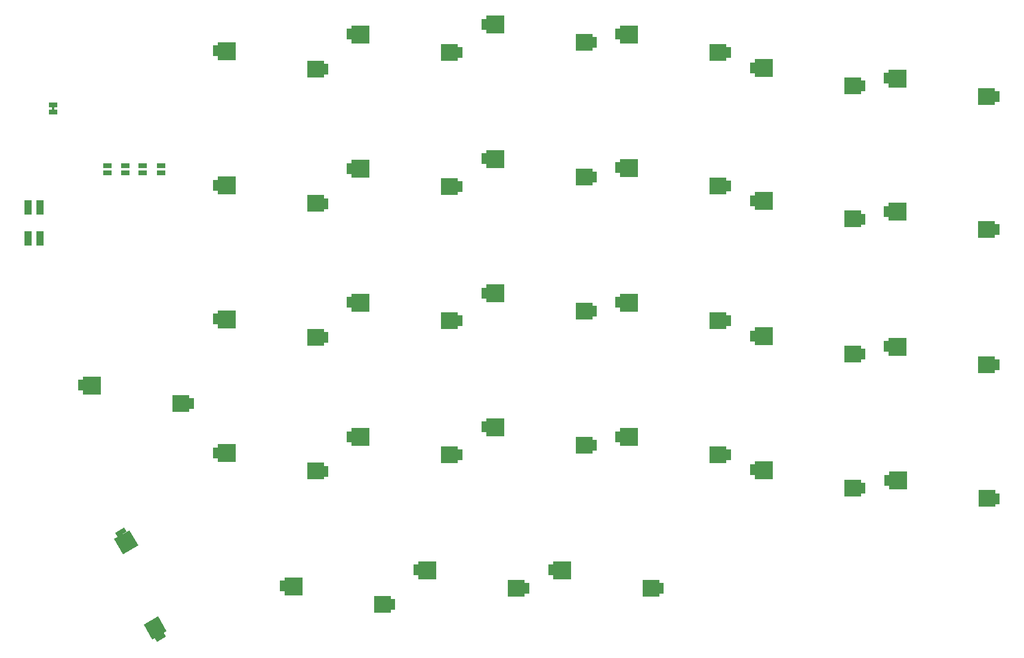
<source format=gbr>
G04 #@! TF.GenerationSoftware,KiCad,Pcbnew,5.1.9*
G04 #@! TF.CreationDate,2021-01-24T14:33:22-08:00*
G04 #@! TF.ProjectId,Lily58_prot_MX,4c696c79-3538-45f7-9072-6f745f4d582e,rev?*
G04 #@! TF.SameCoordinates,Original*
G04 #@! TF.FileFunction,Paste,Top*
G04 #@! TF.FilePolarity,Positive*
%FSLAX46Y46*%
G04 Gerber Fmt 4.6, Leading zero omitted, Abs format (unit mm)*
G04 Created by KiCad (PCBNEW 5.1.9) date 2021-01-24 14:33:22*
%MOMM*%
%LPD*%
G01*
G04 APERTURE LIST*
%ADD10R,2.500000X2.500000*%
%ADD11R,2.400000X2.400000*%
%ADD12R,0.700000X1.500000*%
%ADD13R,1.000000X2.000000*%
%ADD14C,0.100000*%
%ADD15R,1.143000X0.635000*%
%ADD16R,0.381000X0.381000*%
G04 APERTURE END LIST*
D10*
X151700000Y-67840001D03*
D11*
X164300000Y-70380000D03*
D12*
X150100000Y-67800000D03*
X165800000Y-70400000D03*
D10*
X113600000Y-71640001D03*
D11*
X126200000Y-74180000D03*
D12*
X112000000Y-71600000D03*
X127700000Y-74200000D03*
X146700000Y-52700000D03*
X131000000Y-50100000D03*
D11*
X145200000Y-52680000D03*
D10*
X132600000Y-50140001D03*
X170700000Y-50140001D03*
D11*
X183300000Y-52680000D03*
D12*
X169100000Y-50100000D03*
X184800000Y-52700000D03*
D10*
X113600000Y-52540001D03*
D11*
X126200000Y-55080000D03*
D12*
X112000000Y-52500000D03*
X127700000Y-55100000D03*
X222950000Y-116100000D03*
X207250000Y-113500000D03*
D11*
X221450000Y-116080000D03*
D10*
X208850000Y-113540001D03*
X132600000Y-107340001D03*
D11*
X145200000Y-109880000D03*
D12*
X131000000Y-107300000D03*
X146700000Y-109900000D03*
X127700000Y-112200000D03*
X112000000Y-109600000D03*
D11*
X126200000Y-112180000D03*
D10*
X113600000Y-109640001D03*
X170700000Y-107340001D03*
D11*
X183300000Y-109880000D03*
D12*
X169100000Y-107300000D03*
X184800000Y-109900000D03*
X222900000Y-77900000D03*
X207200000Y-75300000D03*
D11*
X221400000Y-77880000D03*
D10*
X208800000Y-75340001D03*
D12*
X184800000Y-71700000D03*
X169100000Y-69100000D03*
D11*
X183300000Y-71680000D03*
D10*
X170700000Y-69140001D03*
D12*
X203900000Y-57500000D03*
X188200000Y-54900000D03*
D11*
X202400000Y-57480000D03*
D10*
X189800000Y-54940001D03*
D12*
X165800000Y-51310000D03*
X150100000Y-48710000D03*
D11*
X164300000Y-51290000D03*
D10*
X151700000Y-48750001D03*
D13*
X85408800Y-74698500D03*
X87158800Y-74698500D03*
X85408800Y-79098500D03*
X87158800Y-79098500D03*
D12*
X175300000Y-128850000D03*
X159600000Y-126250000D03*
D11*
X173800000Y-128830000D03*
D10*
X161200000Y-126290001D03*
D12*
X108600000Y-102600000D03*
X92900000Y-100000000D03*
D11*
X107100000Y-102580000D03*
D10*
X94500000Y-100040001D03*
D12*
X222900000Y-59000000D03*
X207200000Y-56400000D03*
D11*
X221400000Y-58980000D03*
D10*
X208800000Y-56440001D03*
X113600000Y-90640001D03*
D11*
X126200000Y-93180000D03*
D12*
X112000000Y-90600000D03*
X127700000Y-93200000D03*
X146700000Y-71800000D03*
X131000000Y-69200000D03*
D11*
X145200000Y-71780000D03*
D10*
X132600000Y-69240001D03*
X189800000Y-73840001D03*
D11*
X202400000Y-76380000D03*
D12*
X188200000Y-73800000D03*
X203900000Y-76400000D03*
D14*
G36*
X105007789Y-135713492D02*
G01*
X103708751Y-136463492D01*
X103358751Y-135857274D01*
X104657789Y-135107274D01*
X105007789Y-135713492D01*
G37*
G36*
X99409455Y-120816893D02*
G01*
X98110417Y-121566893D01*
X97760417Y-120960675D01*
X99059455Y-120210675D01*
X99409455Y-120816893D01*
G37*
G36*
X101811361Y-134037115D02*
G01*
X103889821Y-132837115D01*
X105089821Y-134915575D01*
X103011361Y-136115575D01*
X101811361Y-134037115D01*
G37*
G36*
X97642763Y-121836893D02*
G01*
X99807827Y-120586893D01*
X101057827Y-122751957D01*
X98892763Y-124001957D01*
X97642763Y-121836893D01*
G37*
D10*
X123100000Y-128540001D03*
D11*
X135700000Y-131080000D03*
D12*
X121500000Y-128500000D03*
X137200000Y-131100000D03*
D10*
X170700000Y-88240001D03*
D11*
X183300000Y-90780000D03*
D12*
X169100000Y-88200000D03*
X184800000Y-90800000D03*
X165800000Y-89500000D03*
X150100000Y-86900000D03*
D11*
X164300000Y-89480000D03*
D10*
X151700000Y-86940001D03*
D12*
X203900000Y-95600000D03*
X188200000Y-93000000D03*
D11*
X202400000Y-95580000D03*
D10*
X189800000Y-93040001D03*
X208800000Y-94540001D03*
D11*
X221400000Y-97080000D03*
D12*
X207200000Y-94500000D03*
X222900000Y-97100000D03*
D15*
X104300000Y-68799620D03*
X104300000Y-69800380D03*
X101700000Y-68799620D03*
X101700000Y-69800380D03*
X99200000Y-68799620D03*
X99200000Y-69800380D03*
X96700000Y-68799620D03*
X96700000Y-69800380D03*
D10*
X132600000Y-88240001D03*
D11*
X145200000Y-90780000D03*
D12*
X131000000Y-88200000D03*
X146700000Y-90800000D03*
X165800000Y-108500000D03*
X150100000Y-105900000D03*
D11*
X164300000Y-108480000D03*
D10*
X151700000Y-105940001D03*
D12*
X203900000Y-114600000D03*
X188200000Y-112000000D03*
D11*
X202400000Y-114580000D03*
D10*
X189800000Y-112040001D03*
D12*
X156200000Y-128850000D03*
X140500000Y-126250000D03*
D11*
X154700000Y-128830000D03*
D10*
X142100000Y-126290001D03*
D16*
X89000000Y-60700000D03*
D15*
X89000000Y-60199620D03*
X89000000Y-61200380D03*
M02*

</source>
